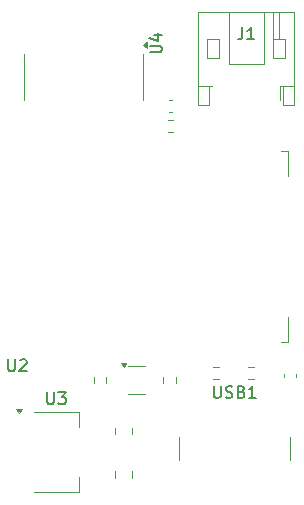
<source format=gbr>
%TF.GenerationSoftware,KiCad,Pcbnew,8.0.3*%
%TF.CreationDate,2024-08-12T18:47:13+02:00*%
%TF.ProjectId,led-strip-connector,6c65642d-7374-4726-9970-2d636f6e6e65,rev?*%
%TF.SameCoordinates,Original*%
%TF.FileFunction,Legend,Top*%
%TF.FilePolarity,Positive*%
%FSLAX46Y46*%
G04 Gerber Fmt 4.6, Leading zero omitted, Abs format (unit mm)*
G04 Created by KiCad (PCBNEW 8.0.3) date 2024-08-12 18:47:13*
%MOMM*%
%LPD*%
G01*
G04 APERTURE LIST*
%ADD10C,0.150000*%
%ADD11C,0.120000*%
G04 APERTURE END LIST*
D10*
X148238095Y-111754819D02*
X148238095Y-112564342D01*
X148238095Y-112564342D02*
X148285714Y-112659580D01*
X148285714Y-112659580D02*
X148333333Y-112707200D01*
X148333333Y-112707200D02*
X148428571Y-112754819D01*
X148428571Y-112754819D02*
X148619047Y-112754819D01*
X148619047Y-112754819D02*
X148714285Y-112707200D01*
X148714285Y-112707200D02*
X148761904Y-112659580D01*
X148761904Y-112659580D02*
X148809523Y-112564342D01*
X148809523Y-112564342D02*
X148809523Y-111754819D01*
X149190476Y-111754819D02*
X149809523Y-111754819D01*
X149809523Y-111754819D02*
X149476190Y-112135771D01*
X149476190Y-112135771D02*
X149619047Y-112135771D01*
X149619047Y-112135771D02*
X149714285Y-112183390D01*
X149714285Y-112183390D02*
X149761904Y-112231009D01*
X149761904Y-112231009D02*
X149809523Y-112326247D01*
X149809523Y-112326247D02*
X149809523Y-112564342D01*
X149809523Y-112564342D02*
X149761904Y-112659580D01*
X149761904Y-112659580D02*
X149714285Y-112707200D01*
X149714285Y-112707200D02*
X149619047Y-112754819D01*
X149619047Y-112754819D02*
X149333333Y-112754819D01*
X149333333Y-112754819D02*
X149238095Y-112707200D01*
X149238095Y-112707200D02*
X149190476Y-112659580D01*
X164766666Y-80854819D02*
X164766666Y-81569104D01*
X164766666Y-81569104D02*
X164719047Y-81711961D01*
X164719047Y-81711961D02*
X164623809Y-81807200D01*
X164623809Y-81807200D02*
X164480952Y-81854819D01*
X164480952Y-81854819D02*
X164385714Y-81854819D01*
X165766666Y-81854819D02*
X165195238Y-81854819D01*
X165480952Y-81854819D02*
X165480952Y-80854819D01*
X165480952Y-80854819D02*
X165385714Y-80997676D01*
X165385714Y-80997676D02*
X165290476Y-81092914D01*
X165290476Y-81092914D02*
X165195238Y-81140533D01*
X156954819Y-82961904D02*
X157764342Y-82961904D01*
X157764342Y-82961904D02*
X157859580Y-82914285D01*
X157859580Y-82914285D02*
X157907200Y-82866666D01*
X157907200Y-82866666D02*
X157954819Y-82771428D01*
X157954819Y-82771428D02*
X157954819Y-82580952D01*
X157954819Y-82580952D02*
X157907200Y-82485714D01*
X157907200Y-82485714D02*
X157859580Y-82438095D01*
X157859580Y-82438095D02*
X157764342Y-82390476D01*
X157764342Y-82390476D02*
X156954819Y-82390476D01*
X157288152Y-81485714D02*
X157954819Y-81485714D01*
X156907200Y-81723809D02*
X157621485Y-81961904D01*
X157621485Y-81961904D02*
X157621485Y-81342857D01*
X144938095Y-108954819D02*
X144938095Y-109764342D01*
X144938095Y-109764342D02*
X144985714Y-109859580D01*
X144985714Y-109859580D02*
X145033333Y-109907200D01*
X145033333Y-109907200D02*
X145128571Y-109954819D01*
X145128571Y-109954819D02*
X145319047Y-109954819D01*
X145319047Y-109954819D02*
X145414285Y-109907200D01*
X145414285Y-109907200D02*
X145461904Y-109859580D01*
X145461904Y-109859580D02*
X145509523Y-109764342D01*
X145509523Y-109764342D02*
X145509523Y-108954819D01*
X145938095Y-109050057D02*
X145985714Y-109002438D01*
X145985714Y-109002438D02*
X146080952Y-108954819D01*
X146080952Y-108954819D02*
X146319047Y-108954819D01*
X146319047Y-108954819D02*
X146414285Y-109002438D01*
X146414285Y-109002438D02*
X146461904Y-109050057D01*
X146461904Y-109050057D02*
X146509523Y-109145295D01*
X146509523Y-109145295D02*
X146509523Y-109240533D01*
X146509523Y-109240533D02*
X146461904Y-109383390D01*
X146461904Y-109383390D02*
X145890476Y-109954819D01*
X145890476Y-109954819D02*
X146509523Y-109954819D01*
X162361905Y-111209819D02*
X162361905Y-112019342D01*
X162361905Y-112019342D02*
X162409524Y-112114580D01*
X162409524Y-112114580D02*
X162457143Y-112162200D01*
X162457143Y-112162200D02*
X162552381Y-112209819D01*
X162552381Y-112209819D02*
X162742857Y-112209819D01*
X162742857Y-112209819D02*
X162838095Y-112162200D01*
X162838095Y-112162200D02*
X162885714Y-112114580D01*
X162885714Y-112114580D02*
X162933333Y-112019342D01*
X162933333Y-112019342D02*
X162933333Y-111209819D01*
X163361905Y-112162200D02*
X163504762Y-112209819D01*
X163504762Y-112209819D02*
X163742857Y-112209819D01*
X163742857Y-112209819D02*
X163838095Y-112162200D01*
X163838095Y-112162200D02*
X163885714Y-112114580D01*
X163885714Y-112114580D02*
X163933333Y-112019342D01*
X163933333Y-112019342D02*
X163933333Y-111924104D01*
X163933333Y-111924104D02*
X163885714Y-111828866D01*
X163885714Y-111828866D02*
X163838095Y-111781247D01*
X163838095Y-111781247D02*
X163742857Y-111733628D01*
X163742857Y-111733628D02*
X163552381Y-111686009D01*
X163552381Y-111686009D02*
X163457143Y-111638390D01*
X163457143Y-111638390D02*
X163409524Y-111590771D01*
X163409524Y-111590771D02*
X163361905Y-111495533D01*
X163361905Y-111495533D02*
X163361905Y-111400295D01*
X163361905Y-111400295D02*
X163409524Y-111305057D01*
X163409524Y-111305057D02*
X163457143Y-111257438D01*
X163457143Y-111257438D02*
X163552381Y-111209819D01*
X163552381Y-111209819D02*
X163790476Y-111209819D01*
X163790476Y-111209819D02*
X163933333Y-111257438D01*
X164695238Y-111686009D02*
X164838095Y-111733628D01*
X164838095Y-111733628D02*
X164885714Y-111781247D01*
X164885714Y-111781247D02*
X164933333Y-111876485D01*
X164933333Y-111876485D02*
X164933333Y-112019342D01*
X164933333Y-112019342D02*
X164885714Y-112114580D01*
X164885714Y-112114580D02*
X164838095Y-112162200D01*
X164838095Y-112162200D02*
X164742857Y-112209819D01*
X164742857Y-112209819D02*
X164361905Y-112209819D01*
X164361905Y-112209819D02*
X164361905Y-111209819D01*
X164361905Y-111209819D02*
X164695238Y-111209819D01*
X164695238Y-111209819D02*
X164790476Y-111257438D01*
X164790476Y-111257438D02*
X164838095Y-111305057D01*
X164838095Y-111305057D02*
X164885714Y-111400295D01*
X164885714Y-111400295D02*
X164885714Y-111495533D01*
X164885714Y-111495533D02*
X164838095Y-111590771D01*
X164838095Y-111590771D02*
X164790476Y-111638390D01*
X164790476Y-111638390D02*
X164695238Y-111686009D01*
X164695238Y-111686009D02*
X164361905Y-111686009D01*
X165885714Y-112209819D02*
X165314286Y-112209819D01*
X165600000Y-112209819D02*
X165600000Y-111209819D01*
X165600000Y-111209819D02*
X165504762Y-111352676D01*
X165504762Y-111352676D02*
X165409524Y-111447914D01*
X165409524Y-111447914D02*
X165314286Y-111495533D01*
D11*
%TO.C,C4*%
X153965000Y-114738748D02*
X153965000Y-115261252D01*
X155435000Y-114738748D02*
X155435000Y-115261252D01*
%TO.C,R2*%
X158077500Y-110462742D02*
X158077500Y-110937258D01*
X159122500Y-110462742D02*
X159122500Y-110937258D01*
%TO.C,R1*%
X158462742Y-88677500D02*
X158937258Y-88677500D01*
X158462742Y-89722500D02*
X158937258Y-89722500D01*
%TO.C,U3*%
X147150000Y-113390000D02*
X150910000Y-113390000D01*
X147150000Y-120210000D02*
X150910000Y-120210000D01*
X150910000Y-113390000D02*
X150910000Y-114650000D01*
X150910000Y-120210000D02*
X150910000Y-118950000D01*
X145870000Y-113490000D02*
X145630000Y-113160000D01*
X146110000Y-113160000D01*
X145870000Y-113490000D01*
G36*
X145870000Y-113490000D02*
G01*
X145630000Y-113160000D01*
X146110000Y-113160000D01*
X145870000Y-113490000D01*
G37*
%TO.C,C3*%
X153965000Y-118961252D02*
X153965000Y-118438748D01*
X155435000Y-118961252D02*
X155435000Y-118438748D01*
%TO.C,J1*%
X161040000Y-79590000D02*
X161040000Y-87410000D01*
X161040000Y-85810000D02*
X161960000Y-85810000D01*
X161040000Y-87410000D02*
X161960000Y-87410000D01*
X161800000Y-81850000D02*
X162800000Y-81850000D01*
X161800000Y-83450000D02*
X161800000Y-81850000D01*
X161960000Y-85810000D02*
X162240000Y-85810000D01*
X161960000Y-87410000D02*
X161960000Y-85810000D01*
X162800000Y-81850000D02*
X162800000Y-83450000D01*
X162800000Y-83450000D02*
X161800000Y-83450000D01*
X163600000Y-83950000D02*
X163600000Y-79590000D01*
X166600000Y-79590000D02*
X166600000Y-83950000D01*
X166600000Y-83950000D02*
X163600000Y-83950000D01*
X167400000Y-81850000D02*
X167400000Y-79590000D01*
X167400000Y-81850000D02*
X167400000Y-83450000D01*
X167400000Y-83450000D02*
X168400000Y-83450000D01*
X167900000Y-81850000D02*
X167900000Y-79590000D01*
X167960000Y-85810000D02*
X167960000Y-87025000D01*
X167960000Y-85810000D02*
X168240000Y-85810000D01*
X168240000Y-85810000D02*
X168240000Y-87410000D01*
X168240000Y-87410000D02*
X169160000Y-87410000D01*
X168400000Y-81850000D02*
X167400000Y-81850000D01*
X168400000Y-83450000D02*
X168400000Y-81850000D01*
X169160000Y-79590000D02*
X161040000Y-79590000D01*
X169160000Y-85810000D02*
X168240000Y-85810000D01*
X169160000Y-87410000D02*
X169160000Y-79590000D01*
%TO.C,U4*%
X146265000Y-85025000D02*
X146265000Y-83075000D01*
X146265000Y-85025000D02*
X146265000Y-86975000D01*
X156385000Y-85025000D02*
X156385000Y-83075000D01*
X156385000Y-85025000D02*
X156385000Y-86975000D01*
X156660000Y-82565000D02*
X156330000Y-82325000D01*
X156660000Y-82085000D01*
X156660000Y-82565000D01*
G36*
X156660000Y-82565000D02*
G01*
X156330000Y-82325000D01*
X156660000Y-82085000D01*
X156660000Y-82565000D01*
G37*
%TO.C,R5*%
X162287742Y-109577500D02*
X162762258Y-109577500D01*
X162287742Y-110622500D02*
X162762258Y-110622500D01*
%TO.C,C2*%
X168290000Y-110440580D02*
X168290000Y-110159420D01*
X169310000Y-110440580D02*
X169310000Y-110159420D01*
%TO.C,R3*%
X152177500Y-110937258D02*
X152177500Y-110462742D01*
X153222500Y-110937258D02*
X153222500Y-110462742D01*
%TO.C,U2*%
X168000000Y-91280000D02*
X168620000Y-91280000D01*
X168620000Y-91280000D02*
X168620000Y-93400000D01*
X168620000Y-105400000D02*
X168620000Y-107520000D01*
X168620000Y-107520000D02*
X168000000Y-107520000D01*
%TO.C,R4*%
X165737258Y-109577500D02*
X165262742Y-109577500D01*
X165737258Y-110622500D02*
X165262742Y-110622500D01*
%TO.C,USB1*%
X159400000Y-115500000D02*
X159400000Y-117500000D01*
X168800000Y-115500000D02*
X168800000Y-117500000D01*
%TO.C,Q1*%
X155090000Y-109540000D02*
X156500000Y-109540000D01*
X155100000Y-111860000D02*
X156500000Y-111860000D01*
X154720000Y-109590000D02*
X154480000Y-109260000D01*
X154960000Y-109260000D01*
X154720000Y-109590000D01*
G36*
X154720000Y-109590000D02*
G01*
X154480000Y-109260000D01*
X154960000Y-109260000D01*
X154720000Y-109590000D01*
G37*
%TO.C,C1*%
X158559420Y-86990000D02*
X158840580Y-86990000D01*
X158559420Y-88010000D02*
X158840580Y-88010000D01*
%TD*%
M02*

</source>
